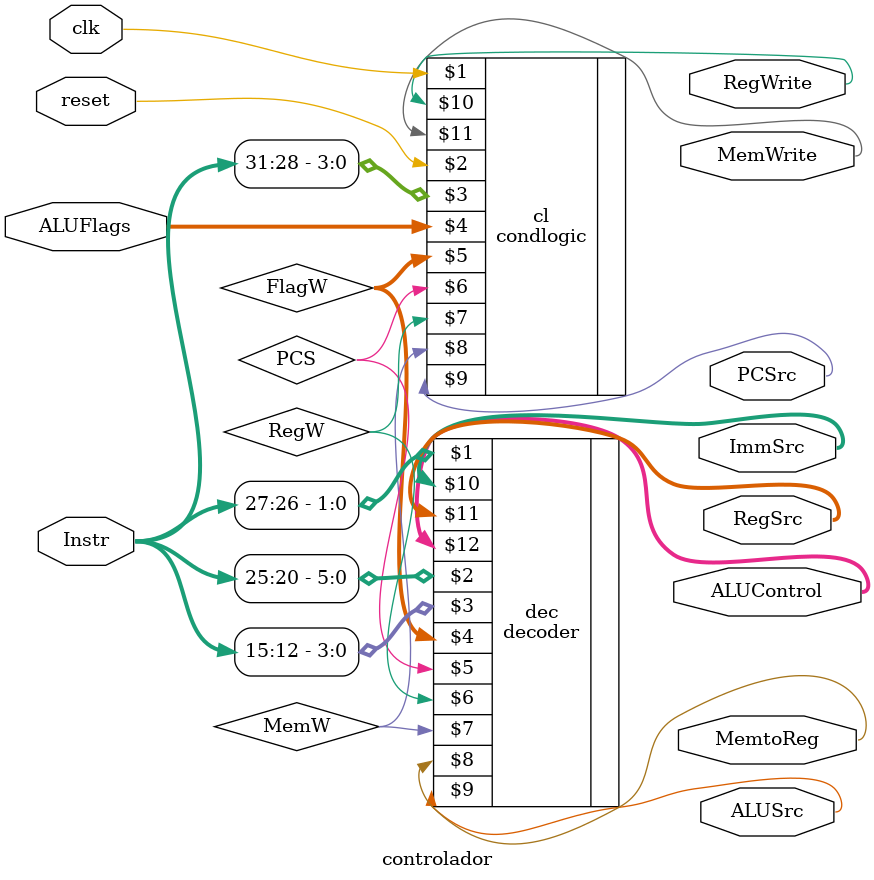
<source format=sv>
module controlador(input logic clk, reset,
						input logic [31:12] Instr,
						input logic [3:0] ALUFlags,
						output logic [1:0] RegSrc,
						output logic RegWrite,
						output logic [1:0] ImmSrc,
						output logic ALUSrc,
						output logic [1:0] ALUControl,
						output logic MemWrite, MemtoReg,
						output logic PCSrc);
						
		logic [1:0] FlagW;
		logic PCS, RegW, MemW;
		
		decoder dec(Instr[27:26], Instr[25:20], Instr[15:12],
						FlagW, PCS, RegW, MemW,
						MemtoReg, ALUSrc, ImmSrc, RegSrc, ALUControl);
						
		condlogic cl(clk, reset, Instr[31:28], ALUFlags,
						FlagW, PCS, RegW, MemW,
						PCSrc, RegWrite, MemWrite);
endmodule

</source>
